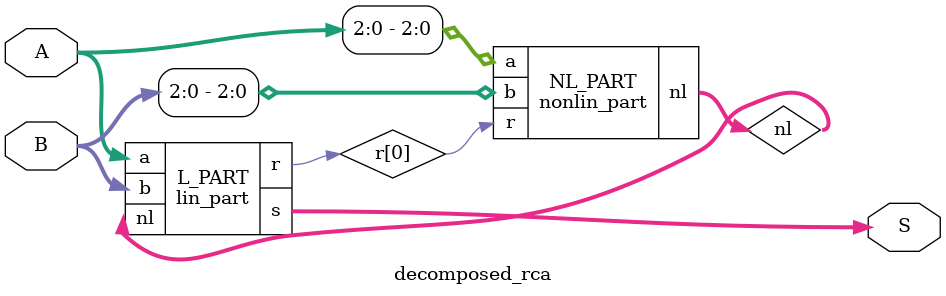
<source format=v>


module nonlin_part ( a, b, r, nl );
  input [2:0] a;
  input [2:0] b;
  input [0:0] r;
  output [6:0] nl;


  AN2D0 U1 ( .A1(r[0]), .A2(b[2]), .Z(nl[6]) );
  AN2D0 U2 ( .A1(a[2]), .A2(r[0]), .Z(nl[5]) );
  AN2D0 U3 ( .A1(a[2]), .A2(b[2]), .Z(nl[4]) );
  AN2D0 U4 ( .A1(b[1]), .A2(nl[0]), .Z(nl[3]) );
  AN2D0 U5 ( .A1(a[1]), .A2(nl[0]), .Z(nl[2]) );
  AN2D0 U6 ( .A1(a[1]), .A2(b[1]), .Z(nl[1]) );
  AN2D0 U7 ( .A1(b[0]), .A2(a[0]), .Z(nl[0]) );
endmodule


module lin_part ( a, b, nl, s, r );
  input [3:0] a;
  input [3:0] b;
  input [6:0] nl;
  output [3:0] s;
  output [0:0] r;
  wire   n1;

  XOR3D0 U1 ( .A1(b[3]), .A2(a[3]), .A3(n1), .Z(s[3]) );
  XOR3D0 U2 ( .A1(nl[6]), .A2(nl[5]), .A3(nl[4]), .Z(n1) );
  XOR3D0 U3 ( .A1(b[2]), .A2(a[2]), .A3(r[0]), .Z(s[2]) );
  XOR3D0 U4 ( .A1(nl[0]), .A2(b[1]), .A3(a[1]), .Z(s[1]) );
  XOR2D0 U5 ( .A1(b[0]), .A2(a[0]), .Z(s[0]) );
  XOR3D0 U6 ( .A1(nl[3]), .A2(nl[2]), .A3(nl[1]), .Z(r[0]) );
endmodule


module decomposed_rca ( A, B, S );
  input [3:0] A;
  input [3:0] B;
  output [3:0] S;
  wire   \r[0] ;
  wire   [6:0] nl;

  nonlin_part NL_PART ( .a(A[2:0]), .b(B[2:0]), .r(\r[0] ), .nl(nl) );
  lin_part L_PART ( .a(A), .b(B), .nl(nl), .s(S), .r(\r[0] ) );
endmodule


</source>
